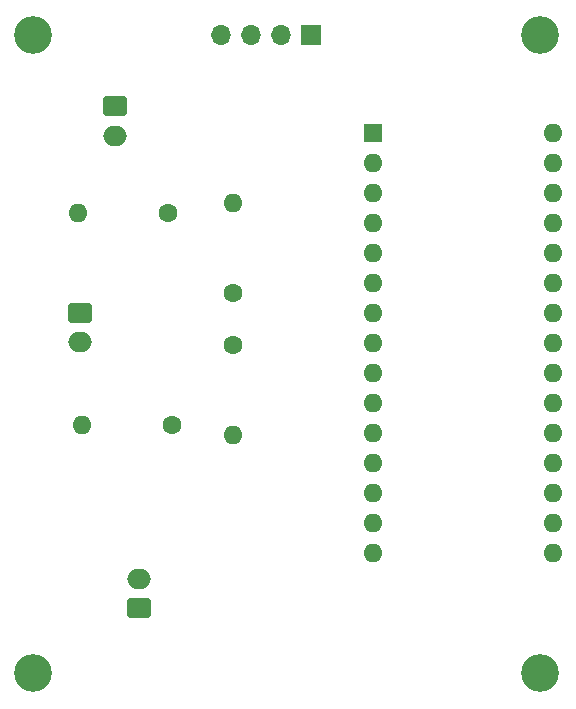
<source format=gts>
G04 #@! TF.GenerationSoftware,KiCad,Pcbnew,7.0.8*
G04 #@! TF.CreationDate,2024-02-01T00:15:37-07:00*
G04 #@! TF.ProjectId,SDM24-Shifter,53444d32-342d-4536-9869-667465722e6b,rev?*
G04 #@! TF.SameCoordinates,Original*
G04 #@! TF.FileFunction,Soldermask,Top*
G04 #@! TF.FilePolarity,Negative*
%FSLAX46Y46*%
G04 Gerber Fmt 4.6, Leading zero omitted, Abs format (unit mm)*
G04 Created by KiCad (PCBNEW 7.0.8) date 2024-02-01 00:15:37*
%MOMM*%
%LPD*%
G01*
G04 APERTURE LIST*
G04 Aperture macros list*
%AMRoundRect*
0 Rectangle with rounded corners*
0 $1 Rounding radius*
0 $2 $3 $4 $5 $6 $7 $8 $9 X,Y pos of 4 corners*
0 Add a 4 corners polygon primitive as box body*
4,1,4,$2,$3,$4,$5,$6,$7,$8,$9,$2,$3,0*
0 Add four circle primitives for the rounded corners*
1,1,$1+$1,$2,$3*
1,1,$1+$1,$4,$5*
1,1,$1+$1,$6,$7*
1,1,$1+$1,$8,$9*
0 Add four rect primitives between the rounded corners*
20,1,$1+$1,$2,$3,$4,$5,0*
20,1,$1+$1,$4,$5,$6,$7,0*
20,1,$1+$1,$6,$7,$8,$9,0*
20,1,$1+$1,$8,$9,$2,$3,0*%
G04 Aperture macros list end*
%ADD10C,1.600000*%
%ADD11O,1.600000X1.600000*%
%ADD12R,1.600000X1.600000*%
%ADD13R,1.700000X1.700000*%
%ADD14O,1.700000X1.700000*%
%ADD15C,3.200000*%
%ADD16RoundRect,0.250000X0.750000X-0.600000X0.750000X0.600000X-0.750000X0.600000X-0.750000X-0.600000X0*%
%ADD17O,2.000000X1.700000*%
%ADD18RoundRect,0.250000X-0.750000X0.600000X-0.750000X-0.600000X0.750000X-0.600000X0.750000X0.600000X0*%
G04 APERTURE END LIST*
D10*
X136000000Y-76190000D03*
D11*
X136000000Y-83810000D03*
D12*
X147800000Y-58240000D03*
D11*
X147800000Y-60780000D03*
X147800000Y-63320000D03*
X147800000Y-65860000D03*
X147800000Y-68400000D03*
X147800000Y-70940000D03*
X147800000Y-73480000D03*
X147800000Y-76020000D03*
X147800000Y-78560000D03*
X147800000Y-81100000D03*
X147800000Y-83640000D03*
X147800000Y-86180000D03*
X147800000Y-88720000D03*
X147800000Y-91260000D03*
X147800000Y-93800000D03*
X163040000Y-93800000D03*
X163040000Y-91260000D03*
X163040000Y-88720000D03*
X163040000Y-86180000D03*
X163040000Y-83640000D03*
X163040000Y-81100000D03*
X163040000Y-78560000D03*
X163040000Y-76020000D03*
X163040000Y-73480000D03*
X163040000Y-70940000D03*
X163040000Y-68400000D03*
X163040000Y-65860000D03*
X163040000Y-63320000D03*
X163040000Y-60780000D03*
X163040000Y-58240000D03*
D13*
X142540000Y-50000000D03*
D14*
X140000000Y-50000000D03*
X137460000Y-50000000D03*
X134920000Y-50000000D03*
D15*
X162000000Y-50000000D03*
D10*
X130500000Y-65000000D03*
D11*
X122880000Y-65000000D03*
D10*
X130810000Y-83000000D03*
D11*
X123190000Y-83000000D03*
D15*
X162000000Y-104000000D03*
X119000000Y-50000000D03*
X119000000Y-104000000D03*
D16*
X128000000Y-98500000D03*
D17*
X128000000Y-96000000D03*
D10*
X136000000Y-71810000D03*
D11*
X136000000Y-64190000D03*
D18*
X123000000Y-73500000D03*
D17*
X123000000Y-76000000D03*
D18*
X126000000Y-56000000D03*
D17*
X126000000Y-58500000D03*
M02*

</source>
